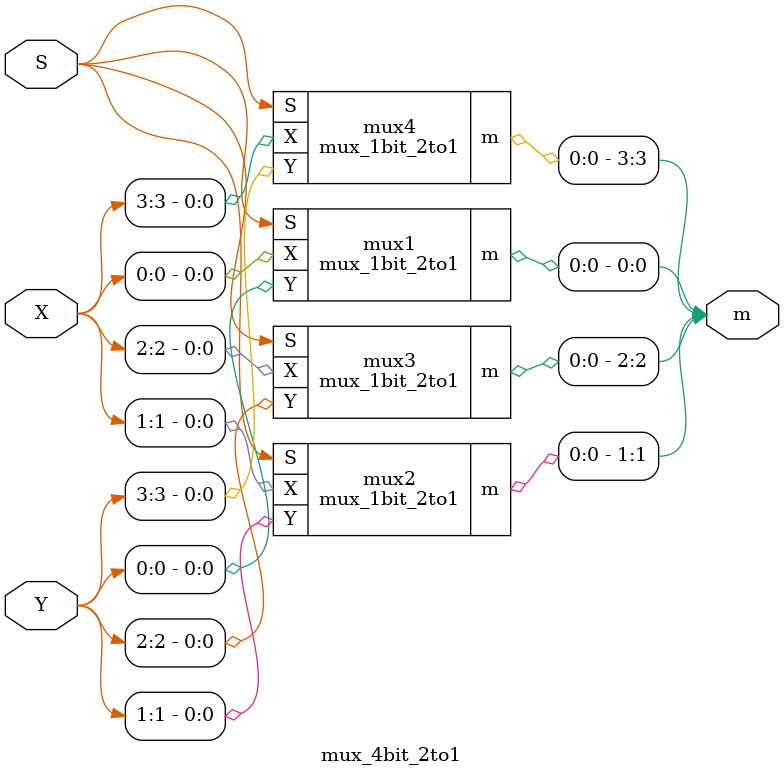
<source format=v>
module part2 (SW, LEDR, HEX0, HEX1);
	input [9:0] SW;
	output [9:0] LEDR;
	output [0:6] HEX0;
	output [0:6] HEX1;
	
	wire [3:0] comparator_out, A_out, mux_S, mux_4bit_out;
	
	Comparator U_COMP(SW[3:0], comparator_out);
	Circuit_A U_(SW[3:0], A_out);
	
	assign mux_S = comparator_out;
	
	mux_4bit_2to1 u4(mux_S, SW[3:0], A_out, mux_4bit_out);
	
	HEX_4_button H0 (HEX1, comparator_out);

	HEX_4_button H1 (HEX0, mux_4bit_out);

	
	
endmodule

module Circuit_A(V, A);
	input [3:0] V;
	output [3:0] A;
	
	assign A[3] = 0;
	assign A[2] = V[3]&V[2]&V[1];
	assign A[1] = V[3]&V[2]&~V[1];
	assign A[0] = (V[3]&V[1]&V[0]) | (V[3]&V[2]&V[0]);
	
endmodule

module Comparator(V, Z);
	input [3:0] V;
	output Z;
	
	assign Z = (V[3]&V[2])|(V[3]&V[1]);
endmodule


module mux_1bit_2to1(S, X, Y, m);
	input S,X,Y;
	output m;
	assign m = (~S & X) | (S & Y);
endmodule

module mux_4bit_2to1(S, X, Y, m);
	input S;
	input [3:0] X, Y;
	output [3:0] m;
	
	mux_1bit_2to1 mux1(S,X[0],Y[0],m[0]);
	mux_1bit_2to1 mux2(S,X[1],Y[1],m[1]);
	mux_1bit_2to1 mux3(S,X[2],Y[2],m[2]);
	mux_1bit_2to1 mux4(S,X[3],Y[3],m[3]);

endmodule


</source>
